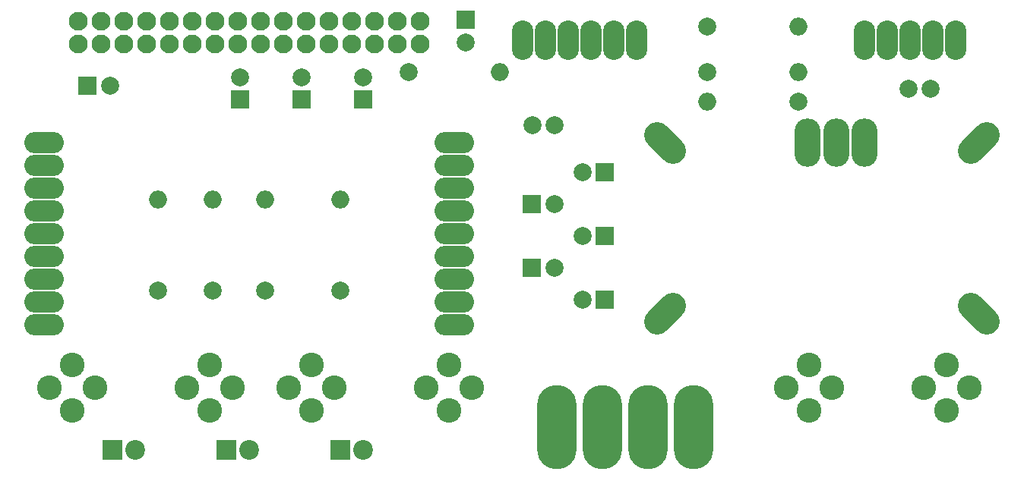
<source format=gbr>
G04 #@! TF.FileFunction,Soldermask,Top*
%FSLAX46Y46*%
G04 Gerber Fmt 4.6, Leading zero omitted, Abs format (unit mm)*
G04 Created by KiCad (PCBNEW 4.0.6) date 12/04/17 20:43:38*
%MOMM*%
%LPD*%
G01*
G04 APERTURE LIST*
%ADD10C,0.050000*%
%ADD11C,2.000000*%
%ADD12O,2.000000X2.000000*%
%ADD13R,2.000000X2.000000*%
%ADD14C,2.100000*%
%ADD15C,2.900000*%
%ADD16O,2.900000X5.400000*%
%ADD17O,2.400000X4.400000*%
%ADD18O,4.400000X2.400000*%
%ADD19C,2.750000*%
%ADD20R,2.200000X2.200000*%
%ADD21C,2.200000*%
%ADD22O,4.400000X9.400000*%
G04 APERTURE END LIST*
D10*
D11*
X61976000Y-68580000D03*
D12*
X61976000Y-58420000D03*
D13*
X90170000Y-38354000D03*
D11*
X90170000Y-40854000D03*
D13*
X48006000Y-45720000D03*
D11*
X50506000Y-45720000D03*
D13*
X97536000Y-66040000D03*
D11*
X100036000Y-66040000D03*
D13*
X78740000Y-47244000D03*
D11*
X78740000Y-44744000D03*
D13*
X71882000Y-47244000D03*
D11*
X71882000Y-44744000D03*
D13*
X65024000Y-47244000D03*
D11*
X65024000Y-44744000D03*
D13*
X105664000Y-69596000D03*
D11*
X103164000Y-69596000D03*
D13*
X105664000Y-62484000D03*
D11*
X103164000Y-62484000D03*
D13*
X105664000Y-55372000D03*
D11*
X103164000Y-55372000D03*
D14*
X46990000Y-38510000D03*
X46990000Y-41050000D03*
X49530000Y-38510000D03*
X49530000Y-41050000D03*
X52070000Y-38510000D03*
X52070000Y-41050000D03*
X54610000Y-38510000D03*
X54610000Y-41050000D03*
X57150000Y-38510000D03*
X57150000Y-41050000D03*
X59690000Y-38510000D03*
X59690000Y-41050000D03*
X62230000Y-38510000D03*
X62230000Y-41050000D03*
X64770000Y-38510000D03*
X64770000Y-41050000D03*
X67310000Y-38510000D03*
X67310000Y-41050000D03*
X69850000Y-38510000D03*
X69850000Y-41050000D03*
X72390000Y-38510000D03*
X72390000Y-41050000D03*
X74930000Y-38510000D03*
X74930000Y-41050000D03*
X77470000Y-38510000D03*
X77470000Y-41050000D03*
X80010000Y-38510000D03*
X80010000Y-41050000D03*
X82550000Y-38510000D03*
X82550000Y-41050000D03*
X85090000Y-38510000D03*
X85090000Y-41050000D03*
D11*
X117094000Y-39116000D03*
D12*
X127254000Y-39116000D03*
D11*
X76200000Y-68580000D03*
D12*
X76200000Y-58420000D03*
D11*
X83820000Y-44196000D03*
D12*
X93980000Y-44196000D03*
D15*
X148203883Y-72003883D02*
X146436117Y-70236117D01*
X111511117Y-72003883D02*
X113278883Y-70236117D01*
X113278883Y-52953883D02*
X111511117Y-51186117D01*
D16*
X128270000Y-52070000D03*
X131445000Y-52070000D03*
X134620000Y-52070000D03*
D15*
X146436117Y-52953883D02*
X148203883Y-51186117D01*
D17*
X144780000Y-40640000D03*
X142240000Y-40640000D03*
X139700000Y-40640000D03*
X137160000Y-40640000D03*
X134620000Y-40640000D03*
X109220000Y-40640000D03*
X106680000Y-40640000D03*
X104140000Y-40640000D03*
X101600000Y-40640000D03*
X99060000Y-40640000D03*
X96520000Y-40640000D03*
D18*
X43180000Y-54610000D03*
X43180000Y-59690000D03*
X43180000Y-69850000D03*
X88900000Y-52070000D03*
X88900000Y-62230000D03*
X88900000Y-72390000D03*
X43180000Y-52070000D03*
X43180000Y-57150000D03*
X43180000Y-64770000D03*
X43180000Y-67310000D03*
X43180000Y-72390000D03*
X88900000Y-54610000D03*
X88900000Y-57150000D03*
X88900000Y-59690000D03*
X88900000Y-64770000D03*
X88900000Y-67310000D03*
X88900000Y-69850000D03*
X43180000Y-62230000D03*
D19*
X75485000Y-79375000D03*
X70405000Y-79375000D03*
X85725000Y-79375000D03*
X90805000Y-79375000D03*
X72945000Y-81915000D03*
X72945000Y-76835000D03*
X88265000Y-81915000D03*
X88265000Y-76835000D03*
X48815000Y-79375000D03*
X43735000Y-79375000D03*
X59055000Y-79375000D03*
X64135000Y-79375000D03*
X46275000Y-81915000D03*
X46275000Y-76835000D03*
X61595000Y-81915000D03*
X61595000Y-76835000D03*
X141177000Y-79375000D03*
X146257000Y-79375000D03*
X130937000Y-79375000D03*
X125857000Y-79375000D03*
X143717000Y-76835000D03*
X143717000Y-81915000D03*
X128397000Y-76835000D03*
X128397000Y-81915000D03*
D20*
X76200000Y-86360000D03*
D21*
X78740000Y-86360000D03*
D20*
X63500000Y-86360000D03*
D21*
X66040000Y-86360000D03*
D20*
X50800000Y-86360000D03*
D21*
X53340000Y-86360000D03*
D11*
X67818000Y-68580000D03*
D12*
X67818000Y-58420000D03*
D11*
X55880000Y-68580000D03*
D12*
X55880000Y-58420000D03*
D13*
X97536000Y-58928000D03*
D11*
X100036000Y-58928000D03*
X117094000Y-44196000D03*
D12*
X127254000Y-44196000D03*
D11*
X127254000Y-47498000D03*
D12*
X117094000Y-47498000D03*
D11*
X142000000Y-46000000D03*
X139500000Y-46000000D03*
X97600000Y-50100000D03*
X100100000Y-50100000D03*
D22*
X100330000Y-83820000D03*
X105410000Y-83820000D03*
X110490000Y-83820000D03*
X115570000Y-83820000D03*
M02*

</source>
